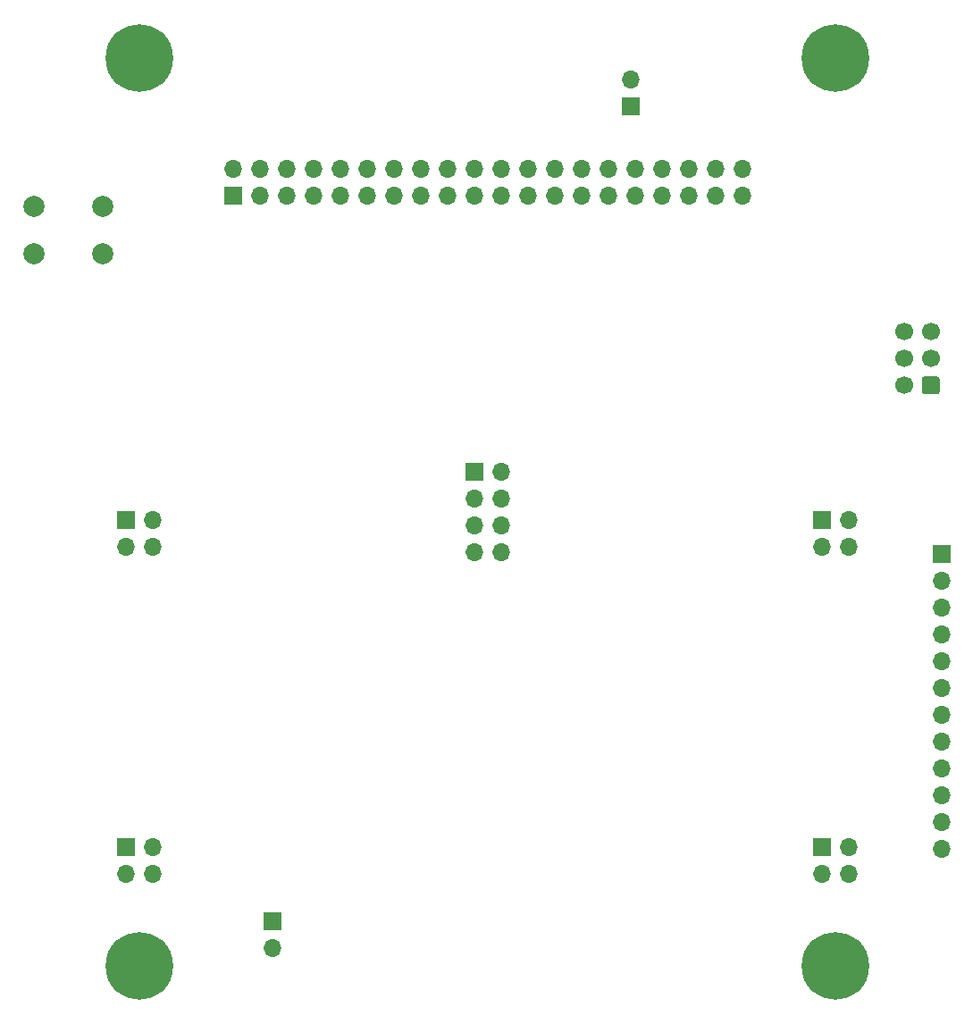
<source format=gbs>
%TF.GenerationSoftware,KiCad,Pcbnew,5.1.10*%
%TF.CreationDate,2021-11-27T19:11:29+01:00*%
%TF.ProjectId,main_pcb,6d61696e-5f70-4636-922e-6b696361645f,rev?*%
%TF.SameCoordinates,PX8f0d180PY5f5e100*%
%TF.FileFunction,Soldermask,Bot*%
%TF.FilePolarity,Negative*%
%FSLAX46Y46*%
G04 Gerber Fmt 4.6, Leading zero omitted, Abs format (unit mm)*
G04 Created by KiCad (PCBNEW 5.1.10) date 2021-11-27 19:11:29*
%MOMM*%
%LPD*%
G01*
G04 APERTURE LIST*
%ADD10O,1.700000X1.700000*%
%ADD11R,1.700000X1.700000*%
%ADD12C,1.700000*%
%ADD13C,2.000000*%
%ADD14C,6.400000*%
G04 APERTURE END LIST*
D10*
%TO.C,J9*%
X-20400000Y-41340000D03*
D11*
X-20400000Y-38800000D03*
%TD*%
D12*
%TO.C,J8*%
X39460000Y17080000D03*
X39460000Y14540000D03*
X39460000Y12000000D03*
X42000000Y17080000D03*
X42000000Y14540000D03*
G36*
G01*
X42850000Y12600000D02*
X42850000Y11400000D01*
G75*
G02*
X42600000Y11150000I-250000J0D01*
G01*
X41400000Y11150000D01*
G75*
G02*
X41150000Y11400000I0J250000D01*
G01*
X41150000Y12600000D01*
G75*
G02*
X41400000Y12850000I250000J0D01*
G01*
X42600000Y12850000D01*
G75*
G02*
X42850000Y12600000I0J-250000D01*
G01*
G37*
%TD*%
D10*
%TO.C,J4*%
X24130000Y32540000D03*
X24130000Y30000000D03*
X21590000Y32540000D03*
X21590000Y30000000D03*
X19050000Y32540000D03*
X19050000Y30000000D03*
X16510000Y32540000D03*
X16510000Y30000000D03*
X13970000Y32540000D03*
X13970000Y30000000D03*
X11430000Y32540000D03*
X11430000Y30000000D03*
X8890000Y32540000D03*
X8890000Y30000000D03*
X6350000Y32540000D03*
X6350000Y30000000D03*
X3810000Y32540000D03*
X3810000Y30000000D03*
X1270000Y32540000D03*
X1270000Y30000000D03*
X-1270000Y32540000D03*
X-1270000Y30000000D03*
X-3810000Y32540000D03*
X-3810000Y30000000D03*
X-6350000Y32540000D03*
X-6350000Y30000000D03*
X-8890000Y32540000D03*
X-8890000Y30000000D03*
X-11430000Y32540000D03*
X-11430000Y30000000D03*
X-13970000Y32540000D03*
X-13970000Y30000000D03*
X-16510000Y32540000D03*
X-16510000Y30000000D03*
X-19050000Y32540000D03*
X-19050000Y30000000D03*
X-21590000Y32540000D03*
X-21590000Y30000000D03*
X-24130000Y32540000D03*
D11*
X-24130000Y30000000D03*
%TD*%
D13*
%TO.C,SW1*%
X-36500000Y29000000D03*
X-36500000Y24500000D03*
X-43000000Y29000000D03*
X-43000000Y24500000D03*
%TD*%
D10*
%TO.C,J7*%
X1270000Y-3810000D03*
X-1270000Y-3810000D03*
X1270000Y-1270000D03*
X-1270000Y-1270000D03*
X1270000Y1270000D03*
X-1270000Y1270000D03*
X1270000Y3810000D03*
D11*
X-1270000Y3810000D03*
%TD*%
D10*
%TO.C,J6*%
X34270000Y-34270000D03*
X31730000Y-34270000D03*
X34270000Y-31730000D03*
D11*
X31730000Y-31730000D03*
%TD*%
D10*
%TO.C,J5*%
X34270000Y-3340000D03*
X31730000Y-3340000D03*
X34270000Y-800000D03*
D11*
X31730000Y-800000D03*
%TD*%
D10*
%TO.C,J3*%
X-31730000Y-34270000D03*
X-34270000Y-34270000D03*
X-31730000Y-31730000D03*
D11*
X-34270000Y-31730000D03*
%TD*%
D10*
%TO.C,J2*%
X-31730000Y-3270000D03*
X-34270000Y-3270000D03*
X-31730000Y-730000D03*
D11*
X-34270000Y-730000D03*
%TD*%
D10*
%TO.C,J1*%
X43000000Y-31940000D03*
X43000000Y-29400000D03*
X43000000Y-26860000D03*
X43000000Y-24320000D03*
X43000000Y-21780000D03*
X43000000Y-19240000D03*
X43000000Y-16700000D03*
X43000000Y-14160000D03*
X43000000Y-11620000D03*
X43000000Y-9080000D03*
X43000000Y-6540000D03*
D11*
X43000000Y-4000000D03*
%TD*%
D14*
%TO.C,H4*%
X-33000000Y-43000000D03*
%TD*%
%TO.C,H3*%
X33000000Y-43000000D03*
%TD*%
%TO.C,H2*%
X33000000Y43000000D03*
%TD*%
%TO.C,H1*%
X-33000000Y43000000D03*
%TD*%
D10*
%TO.C,BT1*%
X13600000Y40940000D03*
D11*
X13600000Y38400000D03*
%TD*%
M02*

</source>
